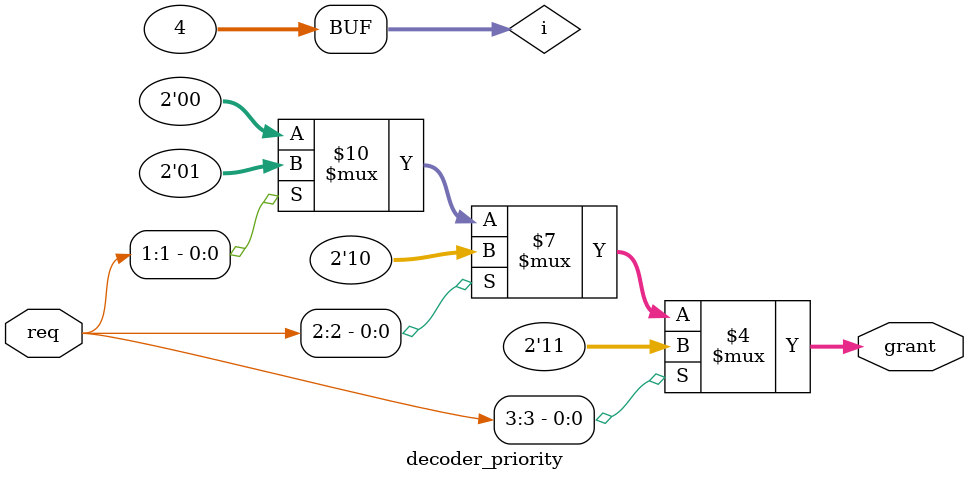
<source format=sv>
module decoder_priority #(WIDTH=4) (
    input [WIDTH-1:0] req,
    output reg [$clog2(WIDTH)-1:0] grant
);
integer i;
always @* begin
    grant = 0;
    for(i=0; i<WIDTH; i=i+1)
        if(req[i]) grant = i;
end
endmodule
</source>
